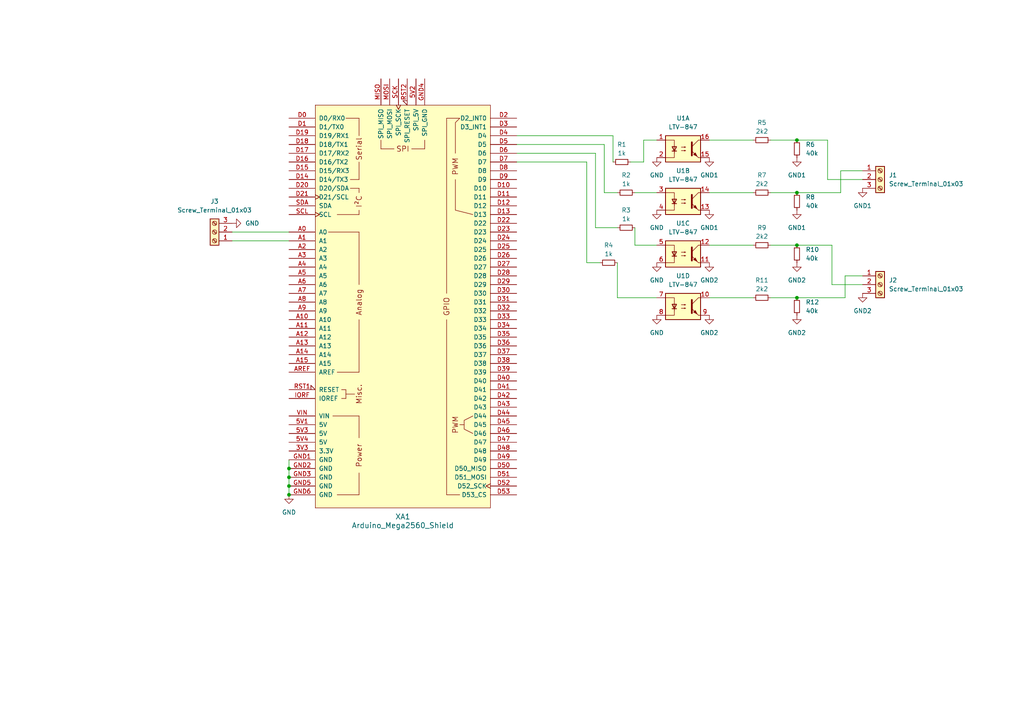
<source format=kicad_sch>
(kicad_sch (version 20230121) (generator eeschema)
  (paper "A4")
  (lib_symbols
    (symbol "Connector:Screw_Terminal_01x03" (pin_names (offset 1.016) hide)
      (property "Reference" "J" (at 0 5.08 0))
      (property "Value" "Screw_Terminal_01x03" (at 0 -5.08 0))
      (symbol "Screw_Terminal_01x03_1_1"
        (rectangle (start -1.27 3.81) (end 1.27 -3.81) (stroke (width 0.254)) (fill (type background)))
        (circle (center 0 -2.54) (radius 0.635) (stroke (width 0.1524)))
        (polyline (pts (xy -0.5334 -2.2098) (xy 0.3302 -3.048)) (stroke (width 0.1524)))
        (polyline (pts (xy -0.5334 0.3302) (xy 0.3302 -0.508)) (stroke (width 0.1524)))
        (polyline (pts (xy -0.5334 2.8702) (xy 0.3302 2.032)) (stroke (width 0.1524)))
        (polyline (pts (xy -0.3556 -2.032) (xy 0.508 -2.8702)) (stroke (width 0.1524)))
        (polyline (pts (xy -0.3556 0.508) (xy 0.508 -0.3302)) (stroke (width 0.1524)))
        (polyline (pts (xy -0.3556 3.048) (xy 0.508 2.2098)) (stroke (width 0.1524)))
        (circle (center 0 0) (radius 0.635) (stroke (width 0.1524)))
        (circle (center 0 2.54) (radius 0.635) (stroke (width 0.1524)))
        (pin passive line (at -5.08 2.54 0) (length 3.81) (name "Pin_1") (number "1"))
        (pin passive line (at -5.08 0 0) (length 3.81) (name "Pin_2") (number "2"))
        (pin passive line (at -5.08 -2.54 0) (length 3.81) (name "Pin_3") (number "3"))
      )
    )
    (symbol "Device:R_Small" (pin_numbers hide) (pin_names (offset 0.254) hide)
      (property "Reference" "R" (at 0.762 0.508 0))
      (property "Value" "R_Small" (at 0.762 -1.016 0))
      (symbol "R_Small_0_1"
        (rectangle (start -0.762 1.778) (end 0.762 -1.778) (stroke (width 0.2032)))
      )
      (symbol "R_Small_1_1"
        (pin passive line (at 0 2.54 270) (length 0.762) (name "~") (number "1"))
        (pin passive line (at 0 -2.54 90) (length 0.762) (name "~") (number "2"))
      )
    )
    (symbol "Isolator:LTV-847" (pin_names (offset 1.016))
      (property "Reference" "U" (at -5.08 5.08 0))
      (property "Value" "LTV-847" (at 0 5.08 0))
      (symbol "LTV-847_0_1"
        (rectangle (start -5.08 3.81) (end 5.08 -3.81) (stroke (width 0.254)) (fill (type background)))
        (polyline (pts (xy -3.175 -0.635) (xy -1.905 -0.635)) (stroke (width 0.254)))
        (polyline (pts (xy 2.54 0.635) (xy 4.445 2.54)))
        (polyline (pts (xy 4.445 -2.54) (xy 2.54 -0.635)) (fill (type outline)))
        (polyline (pts (xy 4.445 -2.54) (xy 5.08 -2.54)))
        (polyline (pts (xy 4.445 2.54) (xy 5.08 2.54)))
        (polyline (pts (xy -2.54 -0.635) (xy -2.54 -2.54) (xy -5.08 -2.54)))
        (polyline (pts (xy 2.54 1.905) (xy 2.54 -1.905) (xy 2.54 -1.905)) (stroke (width 0.508)))
        (polyline (pts (xy -5.08 2.54) (xy -2.54 2.54) (xy -2.54 -1.27) (xy -2.54 0.635)))
        (polyline (pts (xy -2.54 -0.635) (xy -3.175 0.635) (xy -1.905 0.635) (xy -2.54 -0.635)) (stroke (width 0.254)))
        (polyline (pts (xy -0.508 -0.508) (xy 0.762 -0.508) (xy 0.381 -0.635) (xy 0.381 -0.381) (xy 0.762 -0.508)))
        (polyline (pts (xy -0.508 0.508) (xy 0.762 0.508) (xy 0.381 0.381) (xy 0.381 0.635) (xy 0.762 0.508)))
        (polyline (pts (xy 3.048 -1.651) (xy 3.556 -1.143) (xy 4.064 -2.159) (xy 3.048 -1.651) (xy 3.048 -1.651)) (fill (type outline)))
      )
      (symbol "LTV-847_1_1"
        (pin passive line (at -7.62 2.54 0) (length 2.54) (name "~") (number "1"))
        (pin passive line (at 7.62 -2.54 180) (length 2.54) (name "~") (number "15"))
        (pin passive line (at 7.62 2.54 180) (length 2.54) (name "~") (number "16"))
        (pin passive line (at -7.62 -2.54 0) (length 2.54) (name "~") (number "2"))
      )
      (symbol "LTV-847_2_1"
        (pin passive line (at 7.62 -2.54 180) (length 2.54) (name "~") (number "13"))
        (pin passive line (at 7.62 2.54 180) (length 2.54) (name "~") (number "14"))
        (pin passive line (at -7.62 2.54 0) (length 2.54) (name "~") (number "3"))
        (pin passive line (at -7.62 -2.54 0) (length 2.54) (name "~") (number "4"))
      )
      (symbol "LTV-847_3_1"
        (pin passive line (at 7.62 -2.54 180) (length 2.54) (name "~") (number "11"))
        (pin passive line (at 7.62 2.54 180) (length 2.54) (name "~") (number "12"))
        (pin passive line (at -7.62 2.54 0) (length 2.54) (name "~") (number "5"))
        (pin passive line (at -7.62 -2.54 0) (length 2.54) (name "~") (number "6"))
      )
      (symbol "LTV-847_4_1"
        (pin passive line (at 7.62 2.54 180) (length 2.54) (name "~") (number "10"))
        (pin passive line (at -7.62 2.54 0) (length 2.54) (name "~") (number "7"))
        (pin passive line (at -7.62 -2.54 0) (length 2.54) (name "~") (number "8"))
        (pin passive line (at 7.62 -2.54 180) (length 2.54) (name "~") (number "9"))
      )
    )
    (symbol "PCM_arduino-library:Arduino_Mega2560_Shield" (pin_names (offset 1.016))
      (property "Reference" "XA" (at 0 -62.23 0))
      (property "Value" "Arduino_Mega2560_Shield" (at 0 -66.04 0))
      (symbol "Arduino_Mega2560_Shield_0_0"
        (rectangle (start -25.4 -58.42) (end 25.4 58.42) (fill (type background)))
        (rectangle (start -20.32 -31.75) (end -12.7 -31.75))
        (rectangle (start -19.05 -54.61) (end -12.7 -54.61))
        (rectangle (start -19.05 -19.05) (end -12.7 -19.05))
        (rectangle (start -19.05 26.67) (end -12.7 26.67))
        (rectangle (start -17.78 -26.67) (end -16.51 -26.67))
        (rectangle (start -17.78 -24.13) (end -16.51 -24.13))
        (rectangle (start -16.51 -25.4) (end -13.97 -25.4))
        (rectangle (start -16.51 -24.13) (end -16.51 -26.67))
        (rectangle (start -16.51 54.61) (end -12.7 54.61))
        (rectangle (start -15.24 34.29) (end -12.7 34.29))
        (rectangle (start -15.24 36.83) (end -12.7 36.83))
        (rectangle (start -12.7 -54.61) (end -12.7 -48.26))
        (rectangle (start -12.7 -31.75) (end -12.7 -38.1))
        (rectangle (start -12.7 26.67) (end -12.7 27.94))
        (rectangle (start -12.7 34.29) (end -12.7 33.02))
        (rectangle (start -12.7 41.91) (end -12.7 36.83))
        (rectangle (start -12.7 49.53) (end -12.7 54.61))
        (rectangle (start -6.35 48.26) (end -6.35 45.72))
        (rectangle (start -2.54 45.72) (end -6.35 45.72))
        (polyline (pts (xy -21.59 21.59) (xy -12.7 21.59)))
        (polyline (pts (xy -12.7 -19.05) (xy -12.7 -3.81)))
        (polyline (pts (xy -12.7 6.35) (xy -12.7 21.59)))
        (polyline (pts (xy 12.7 -54.61) (xy 16.51 -54.61)))
        (polyline (pts (xy 12.7 54.61) (xy 16.51 54.61)))
        (polyline (pts (xy 17.78 -34.29) (xy 16.51 -34.29)))
        (polyline (pts (xy 15.24 36.83) (xy 15.24 27.94) (xy 20.32 26.67)))
        (polyline (pts (xy 15.24 44.45) (xy 15.24 53.34) (xy 16.51 54.61)))
        (polyline (pts (xy 20.32 -31.75) (xy 17.78 -33.02) (xy 17.78 -35.56) (xy 20.32 -36.83)))
        (rectangle (start 6.35 45.72) (end 2.54 45.72))
        (rectangle (start 6.35 48.26) (end 6.35 45.72))
        (text "Analog" (at -12.7 1.27 900) (effects (font (size 1.524 1.524))))
        (text "I²C" (at -12.7 30.48 900) (effects (font (size 1.524 1.524))))
        (text "Misc." (at -12.7 -25.4 900) (effects (font (size 1.524 1.524))))
        (text "Power" (at -12.7 -43.18 900) (effects (font (size 1.524 1.524))))
        (text "PWM" (at 15.24 -34.29 900) (effects (font (size 1.524 1.524))))
        (text "PWM" (at 15.24 40.64 900) (effects (font (size 1.524 1.524))))
        (text "Serial" (at -12.7 45.72 900) (effects (font (size 1.524 1.524))))
        (text "SPI" (at 0 45.72 0) (effects (font (size 1.524 1.524))))
      )
      (symbol "Arduino_Mega2560_Shield_1_0"
        (rectangle (start 12.7 -54.61) (end 12.7 -3.81))
        (rectangle (start 12.7 54.61) (end 12.7 3.81))
        (text "GPIO" (at 12.7 0 900) (effects (font (size 1.524 1.524))))
      )
      (symbol "Arduino_Mega2560_Shield_1_1"
        (pin power_out line (at -33.02 -41.91 0) (length 7.62) (name "3.3V") (number "3V3"))
        (pin power_in line (at -33.02 -34.29 0) (length 7.62) (name "5V") (number "5V1"))
        (pin power_in line (at 3.81 66.04 270) (length 7.62) (name "SPI_5V") (number "5V2"))
        (pin power_in line (at -33.02 -36.83 0) (length 7.62) (name "5V") (number "5V3"))
        (pin power_in line (at -33.02 -39.37 0) (length 7.62) (name "5V") (number "5V4"))
        (pin bidirectional line (at -33.02 21.59 0) (length 7.62) (name "A0") (number "A0"))
        (pin bidirectional line (at -33.02 19.05 0) (length 7.62) (name "A1") (number "A1"))
        (pin bidirectional line (at -33.02 -3.81 0) (length 7.62) (name "A10") (number "A10"))
        (pin bidirectional line (at -33.02 -6.35 0) (length 7.62) (name "A11") (number "A11"))
        (pin bidirectional line (at -33.02 -8.89 0) (length 7.62) (name "A12") (number "A12"))
        (pin bidirectional line (at -33.02 -11.43 0) (length 7.62) (name "A13") (number "A13"))
        (pin bidirectional line (at -33.02 -13.97 0) (length 7.62) (name "A14") (number "A14"))
        (pin bidirectional line (at -33.02 -16.51 0) (length 7.62) (name "A15") (number "A15"))
        (pin bidirectional line (at -33.02 16.51 0) (length 7.62) (name "A2") (number "A2"))
        (pin bidirectional line (at -33.02 13.97 0) (length 7.62) (name "A3") (number "A3"))
        (pin bidirectional line (at -33.02 11.43 0) (length 7.62) (name "A4") (number "A4"))
        (pin bidirectional line (at -33.02 8.89 0) (length 7.62) (name "A5") (number "A5"))
        (pin bidirectional line (at -33.02 6.35 0) (length 7.62) (name "A6") (number "A6"))
        (pin bidirectional line (at -33.02 3.81 0) (length 7.62) (name "A7") (number "A7"))
        (pin bidirectional line (at -33.02 1.27 0) (length 7.62) (name "A8") (number "A8"))
        (pin bidirectional line (at -33.02 -1.27 0) (length 7.62) (name "A9") (number "A9"))
        (pin input line (at -33.02 -19.05 0) (length 7.62) (name "AREF") (number "AREF"))
        (pin bidirectional line (at -33.02 54.61 0) (length 7.62) (name "D0/RX0") (number "D0"))
        (pin bidirectional line (at -33.02 52.07 0) (length 7.62) (name "D1/TX0") (number "D1"))
        (pin bidirectional line (at 33.02 34.29 180) (length 7.62) (name "D10") (number "D10"))
        (pin bidirectional line (at 33.02 31.75 180) (length 7.62) (name "D11") (number "D11"))
        (pin bidirectional line (at 33.02 29.21 180) (length 7.62) (name "D12") (number "D12"))
        (pin bidirectional line (at 33.02 26.67 180) (length 7.62) (name "D13") (number "D13"))
        (pin bidirectional line (at -33.02 36.83 0) (length 7.62) (name "D14/TX3") (number "D14"))
        (pin bidirectional line (at -33.02 39.37 0) (length 7.62) (name "D15/RX3") (number "D15"))
        (pin bidirectional line (at -33.02 41.91 0) (length 7.62) (name "D16/TX2") (number "D16"))
        (pin bidirectional line (at -33.02 44.45 0) (length 7.62) (name "D17/RX2") (number "D17"))
        (pin bidirectional line (at -33.02 46.99 0) (length 7.62) (name "D18/TX1") (number "D18"))
        (pin bidirectional line (at -33.02 49.53 0) (length 7.62) (name "D19/RX1") (number "D19"))
        (pin bidirectional line (at 33.02 54.61 180) (length 7.62) (name "D2_INT0") (number "D2"))
        (pin bidirectional line (at -33.02 34.29 0) (length 7.62) (name "D20/SDA") (number "D20"))
        (pin bidirectional clock (at -33.02 31.75 0) (length 7.62) (name "D21/SCL") (number "D21"))
        (pin bidirectional line (at 33.02 24.13 180) (length 7.62) (name "D22") (number "D22"))
        (pin bidirectional line (at 33.02 21.59 180) (length 7.62) (name "D23") (number "D23"))
        (pin bidirectional line (at 33.02 19.05 180) (length 7.62) (name "D24") (number "D24"))
        (pin bidirectional line (at 33.02 16.51 180) (length 7.62) (name "D25") (number "D25"))
        (pin bidirectional line (at 33.02 13.97 180) (length 7.62) (name "D26") (number "D26"))
        (pin bidirectional line (at 33.02 11.43 180) (length 7.62) (name "D27") (number "D27"))
        (pin bidirectional line (at 33.02 8.89 180) (length 7.62) (name "D28") (number "D28"))
        (pin bidirectional line (at 33.02 6.35 180) (length 7.62) (name "D29") (number "D29"))
        (pin bidirectional line (at 33.02 52.07 180) (length 7.62) (name "D3_INT1") (number "D3"))
        (pin bidirectional line (at 33.02 3.81 180) (length 7.62) (name "D30") (number "D30"))
        (pin bidirectional line (at 33.02 1.27 180) (length 7.62) (name "D31") (number "D31"))
        (pin bidirectional line (at 33.02 -1.27 180) (length 7.62) (name "D32") (number "D32"))
        (pin bidirectional line (at 33.02 -3.81 180) (length 7.62) (name "D33") (number "D33"))
        (pin bidirectional line (at 33.02 -6.35 180) (length 7.62) (name "D34") (number "D34"))
        (pin bidirectional line (at 33.02 -8.89 180) (length 7.62) (name "D35") (number "D35"))
        (pin bidirectional line (at 33.02 -11.43 180) (length 7.62) (name "D36") (number "D36"))
        (pin bidirectional line (at 33.02 -13.97 180) (length 7.62) (name "D37") (number "D37"))
        (pin bidirectional line (at 33.02 -16.51 180) (length 7.62) (name "D38") (number "D38"))
        (pin bidirectional line (at 33.02 -19.05 180) (length 7.62) (name "D39") (number "D39"))
        (pin bidirectional line (at 33.02 49.53 180) (length 7.62) (name "D4") (number "D4"))
        (pin bidirectional line (at 33.02 -21.59 180) (length 7.62) (name "D40") (number "D40"))
        (pin bidirectional line (at 33.02 -24.13 180) (length 7.62) (name "D41") (number "D41"))
        (pin bidirectional line (at 33.02 -26.67 180) (length 7.62) (name "D42") (number "D42"))
        (pin bidirectional line (at 33.02 -29.21 180) (length 7.62) (name "D43") (number "D43"))
        (pin bidirectional line (at 33.02 -31.75 180) (length 7.62) (name "D44") (number "D44"))
        (pin bidirectional line (at 33.02 -34.29 180) (length 7.62) (name "D45") (number "D45"))
        (pin bidirectional line (at 33.02 -36.83 180) (length 7.62) (name "D46") (number "D46"))
        (pin bidirectional line (at 33.02 -39.37 180) (length 7.62) (name "D47") (number "D47"))
        (pin bidirectional line (at 33.02 -41.91 180) (length 7.62) (name "D48") (number "D48"))
        (pin bidirectional line (at 33.02 -44.45 180) (length 7.62) (name "D49") (number "D49"))
        (pin bidirectional line (at 33.02 46.99 180) (length 7.62) (name "D5") (number "D5"))
        (pin bidirectional line (at 33.02 -46.99 180) (length 7.62) (name "D50_MISO") (number "D50"))
        (pin bidirectional line (at 33.02 -49.53 180) (length 7.62) (name "D51_MOSI") (number "D51"))
        (pin bidirectional clock (at 33.02 -52.07 180) (length 7.62) (name "D52_SCK") (number "D52"))
        (pin bidirectional line (at 33.02 -54.61 180) (length 7.62) (name "D53_CS") (number "D53"))
        (pin bidirectional line (at 33.02 44.45 180) (length 7.62) (name "D6") (number "D6"))
        (pin bidirectional line (at 33.02 41.91 180) (length 7.62) (name "D7") (number "D7"))
        (pin bidirectional line (at 33.02 39.37 180) (length 7.62) (name "D8") (number "D8"))
        (pin bidirectional line (at 33.02 36.83 180) (length 7.62) (name "D9") (number "D9"))
        (pin power_in line (at -33.02 -44.45 0) (length 7.62) (name "GND") (number "GND1"))
        (pin power_in line (at -33.02 -46.99 0) (length 7.62) (name "GND") (number "GND2"))
        (pin power_in line (at -33.02 -49.53 0) (length 7.62) (name "GND") (number "GND3"))
        (pin power_in line (at 6.35 66.04 270) (length 7.62) (name "SPI_GND") (number "GND4"))
        (pin power_in line (at -33.02 -52.07 0) (length 7.62) (name "GND") (number "GND5"))
        (pin power_in line (at -33.02 -54.61 0) (length 7.62) (name "GND") (number "GND6"))
        (pin output line (at -33.02 -26.67 0) (length 7.62) (name "IOREF") (number "IORF"))
        (pin input line (at -6.35 66.04 270) (length 7.62) (name "SPI_MISO") (number "MISO"))
        (pin output line (at -3.81 66.04 270) (length 7.62) (name "SPI_MOSI") (number "MOSI"))
        (pin open_collector input_low (at -33.02 -24.13 0) (length 7.62) (name "RESET") (number "RST1"))
        (pin open_collector input_low (at 1.27 66.04 270) (length 7.62) (name "SPI_RESET") (number "RST2"))
        (pin output clock (at -1.27 66.04 270) (length 7.62) (name "SPI_SCK") (number "SCK"))
        (pin bidirectional clock (at -33.02 26.67 0) (length 7.62) (name "SCL") (number "SCL"))
        (pin bidirectional line (at -33.02 29.21 0) (length 7.62) (name "SDA") (number "SDA"))
        (pin power_in line (at -33.02 -31.75 0) (length 7.62) (name "VIN") (number "VIN"))
      )
    )
    (symbol "power:GND" (power) (pin_names (offset 0))
      (property "Value" "GND" (at 0 -3.81 0))
      (symbol "GND_0_1"
        (polyline (pts (xy 0 0) (xy 0 -1.27) (xy 1.27 -1.27) (xy 0 -2.54) (xy -1.27 -1.27) (xy 0 -1.27)))
      )
      (symbol "GND_1_1"
        (pin power_in line (at 0 0 270) (length 0) hide (name "GND") (number "1"))
      )
    )
    (symbol "power:GND1" (power) (pin_names (offset 0))
      (property "Value" "GND1" (at 0 -3.81 0))
      (symbol "GND1_0_1"
        (polyline (pts (xy 0 0) (xy 0 -1.27) (xy 1.27 -1.27) (xy 0 -2.54) (xy -1.27 -1.27) (xy 0 -1.27)))
      )
      (symbol "GND1_1_1"
        (pin power_in line (at 0 0 270) (length 0) hide (name "GND1") (number "1"))
      )
    )
    (symbol "power:GND2" (power) (pin_names (offset 0))
      (property "Value" "GND2" (at 0 -3.81 0))
      (symbol "GND2_0_1"
        (polyline (pts (xy 0 0) (xy 0 -1.27) (xy 1.27 -1.27) (xy 0 -2.54) (xy -1.27 -1.27) (xy 0 -1.27)))
      )
      (symbol "GND2_1_1"
        (pin power_in line (at 0 0 270) (length 0) hide (name "GND2") (number "1"))
      )
    )
  )
  (junction (at 231.14 40.64))
  (junction (at 231.14 86.36))
  (junction (at 83.82 135.89))
  (junction (at 231.14 55.88))
  (junction (at 83.82 138.43))
  (junction (at 83.82 140.97))
  (junction (at 83.82 143.51))
  (junction (at 231.14 71.12))
  (wire (pts (xy 231.14 86.36) (xy 245.11 86.36)))
  (wire (pts (xy 83.82 140.97) (xy 83.82 143.51)))
  (wire (pts (xy 243.84 49.53) (xy 250.19 49.53)))
  (wire (pts (xy 149.86 41.91) (xy 175.26 41.91)))
  (wire (pts (xy 218.44 55.88) (xy 205.74 55.88)))
  (wire (pts (xy 240.03 40.64) (xy 231.14 40.64)))
  (wire (pts (xy 170.18 46.99) (xy 170.18 76.2)))
  (wire (pts (xy 149.86 44.45) (xy 172.72 44.45)))
  (wire (pts (xy 240.03 52.07) (xy 240.03 40.64)))
  (wire (pts (xy 190.5 55.88) (xy 184.15 55.88)))
  (wire (pts (xy 241.3 82.55) (xy 241.3 71.12)))
  (wire (pts (xy 83.82 135.89) (xy 83.82 138.43)))
  (wire (pts (xy 243.84 49.53) (xy 243.84 55.88)))
  (wire (pts (xy 170.18 76.2) (xy 173.99 76.2)))
  (wire (pts (xy 245.11 80.01) (xy 245.11 86.36)))
  (wire (pts (xy 83.82 133.35) (xy 83.82 135.89)))
  (wire (pts (xy 67.31 67.31) (xy 83.82 67.31)))
  (wire (pts (xy 205.74 40.64) (xy 218.44 40.64)))
  (wire (pts (xy 250.19 82.55) (xy 241.3 82.55)))
  (wire (pts (xy 149.86 46.99) (xy 170.18 46.99)))
  (wire (pts (xy 190.5 71.12) (xy 184.15 71.12)))
  (wire (pts (xy 172.72 44.45) (xy 172.72 66.04)))
  (wire (pts (xy 177.8 39.37) (xy 177.8 46.99)))
  (wire (pts (xy 218.44 86.36) (xy 205.74 86.36)))
  (wire (pts (xy 179.07 86.36) (xy 179.07 76.2)))
  (wire (pts (xy 186.69 46.99) (xy 182.88 46.99)))
  (wire (pts (xy 250.19 52.07) (xy 240.03 52.07)))
  (wire (pts (xy 231.14 71.12) (xy 241.3 71.12)))
  (wire (pts (xy 231.14 55.88) (xy 243.84 55.88)))
  (wire (pts (xy 190.5 86.36) (xy 179.07 86.36)))
  (wire (pts (xy 231.14 86.36) (xy 223.52 86.36)))
  (wire (pts (xy 175.26 55.88) (xy 179.07 55.88)))
  (wire (pts (xy 218.44 71.12) (xy 205.74 71.12)))
  (wire (pts (xy 231.14 40.64) (xy 223.52 40.64)))
  (wire (pts (xy 172.72 66.04) (xy 179.07 66.04)))
  (wire (pts (xy 149.86 39.37) (xy 177.8 39.37)))
  (wire (pts (xy 83.82 138.43) (xy 83.82 140.97)))
  (wire (pts (xy 245.11 80.01) (xy 250.19 80.01)))
  (wire (pts (xy 175.26 41.91) (xy 175.26 55.88)))
  (wire (pts (xy 231.14 71.12) (xy 223.52 71.12)))
  (wire (pts (xy 231.14 55.88) (xy 223.52 55.88)))
  (wire (pts (xy 190.5 40.64) (xy 186.69 40.64)))
  (wire (pts (xy 184.15 71.12) (xy 184.15 66.04)))
  (wire (pts (xy 186.69 40.64) (xy 186.69 46.99)))
  (wire (pts (xy 67.31 69.85) (xy 83.82 69.85)))
  (symbol (lib_id "Device:R_Small") (at 231.14 88.9 180) (unit 1)
    (property "Reference" "R12" (at 233.68 87.63 0) (effects (justify right)))
    (property "Value" "40k" (at 233.68 90.17 0) (effects (justify right)))
    (property "Footprint" "Resistor_THT:R_Axial_DIN0204_L3.6mm_D1.6mm_P7.62mm_Horizontal" (effects hide))
  )
  (symbol (lib_id "Isolator:LTV-847") (at 198.12 88.9 0) (unit 4)
    (property "Reference" "U1" (at 198.12 80.01 0))
    (property "Value" "LTV-847" (at 198.12 82.55 0))
    (property "Footprint" "Package_DIP:DIP-16_W7.62mm" (effects hide))
    (property "Datasheet" "http://optoelectronics.liteon.com/upload/download/DS-70-96-0016/LTV-8X7%20series.PDF" (effects hide))
  )
  (symbol (lib_id "Connector:Screw_Terminal_01x03") (at 62.23 67.31 180) (unit 1)
    (property "Reference" "J3" (at 62.23 58.42 0))
    (property "Value" "Screw_Terminal_01x03" (at 62.23 60.96 0))
    (property "Footprint" "TerminalBlock:TerminalBlock_bornier-3_P5.08mm" (effects hide))
  )
  (symbol (lib_id "Isolator:LTV-847") (at 198.12 58.42 0) (unit 2)
    (property "Reference" "U1" (at 198.12 49.53 0))
    (property "Value" "LTV-847" (at 198.12 52.07 0))
    (property "Footprint" "Package_DIP:DIP-16_W7.62mm" (effects hide))
    (property "Datasheet" "http://optoelectronics.liteon.com/upload/download/DS-70-96-0016/LTV-8X7%20series.PDF" (effects hide))
  )
  (symbol (lib_id "power:GND1") (at 250.19 54.61 0) (unit 1)
    (property "Reference" "#PWR013" (effects hide))
    (property "Value" "GND1" (at 250.19 59.69 0))
  )
  (symbol (lib_id "power:GND") (at 190.5 45.72 0) (unit 1)
    (property "Reference" "#PWR01" (effects hide))
    (property "Value" "GND" (at 190.5 50.8 0))
  )
  (symbol (lib_id "Isolator:LTV-847") (at 198.12 73.66 0) (unit 3)
    (property "Reference" "U1" (at 198.12 64.77 0))
    (property "Value" "LTV-847" (at 198.12 67.31 0))
    (property "Footprint" "Package_DIP:DIP-16_W7.62mm" (effects hide))
    (property "Datasheet" "http://optoelectronics.liteon.com/upload/download/DS-70-96-0016/LTV-8X7%20series.PDF" (effects hide))
  )
  (symbol (lib_id "Connector:Screw_Terminal_01x03") (at 255.27 52.07 0) (unit 1)
    (property "Reference" "J1" (at 257.81 50.8 0) (effects (justify left)))
    (property "Value" "Screw_Terminal_01x03" (at 257.81 53.34 0) (effects (justify left)))
    (property "Footprint" "TerminalBlock:TerminalBlock_bornier-3_P5.08mm" (effects hide))
  )
  (symbol (lib_id "power:GND") (at 190.5 60.96 0) (unit 1)
    (property "Reference" "#PWR02" (effects hide))
    (property "Value" "GND" (at 190.5 66.04 0))
  )
  (symbol (lib_id "Device:R_Small") (at 220.98 86.36 270) (unit 1)
    (property "Reference" "R11" (at 220.98 81.28 90))
    (property "Value" "2k2" (at 220.98 83.82 90))
    (property "Footprint" "Resistor_THT:R_Axial_DIN0204_L3.6mm_D1.6mm_P7.62mm_Horizontal" (effects hide))
  )
  (symbol (lib_id "power:GND2") (at 205.74 76.2 0) (unit 1)
    (property "Reference" "#PWR07" (effects hide))
    (property "Value" "GND2" (at 205.74 81.28 0))
  )
  (symbol (lib_id "power:GND") (at 190.5 76.2 0) (unit 1)
    (property "Reference" "#PWR03" (effects hide))
    (property "Value" "GND" (at 190.5 81.28 0))
  )
  (symbol (lib_id "power:GND1") (at 231.14 60.96 0) (unit 1)
    (property "Reference" "#PWR011" (effects hide))
    (property "Value" "GND1" (at 231.14 66.04 0))
  )
  (symbol (lib_id "Device:R_Small") (at 220.98 55.88 270) (unit 1)
    (property "Reference" "R7" (at 220.98 50.8 90))
    (property "Value" "2k2" (at 220.98 53.34 90))
    (property "Footprint" "Resistor_THT:R_Axial_DIN0204_L3.6mm_D1.6mm_P7.62mm_Horizontal" (effects hide))
  )
  (symbol (lib_id "power:GND") (at 83.82 143.51 0) (unit 1)
    (property "Reference" "#PWR015" (effects hide))
    (property "Value" "GND" (at 83.82 148.59 0))
  )
  (symbol (lib_id "Device:R_Small") (at 231.14 43.18 180) (unit 1)
    (property "Reference" "R6" (at 233.68 41.91 0) (effects (justify right)))
    (property "Value" "40k" (at 233.68 44.45 0) (effects (justify right)))
    (property "Footprint" "Resistor_THT:R_Axial_DIN0204_L3.6mm_D1.6mm_P7.62mm_Horizontal" (effects hide))
  )
  (symbol (lib_id "Device:R_Small") (at 180.34 46.99 90) (unit 1)
    (property "Reference" "R1" (at 180.34 41.91 90))
    (property "Value" "1k" (at 180.34 44.45 90))
    (property "Footprint" "Resistor_THT:R_Axial_DIN0204_L3.6mm_D1.6mm_P7.62mm_Horizontal" (effects hide))
  )
  (symbol (lib_id "power:GND1") (at 205.74 60.96 0) (unit 1)
    (property "Reference" "#PWR06" (effects hide))
    (property "Value" "GND1" (at 205.74 66.04 0))
  )
  (symbol (lib_id "Isolator:LTV-847") (at 198.12 43.18 0) (unit 1)
    (property "Reference" "U1" (at 198.12 34.29 0))
    (property "Value" "LTV-847" (at 198.12 36.83 0))
    (property "Footprint" "Package_DIP:DIP-16_W7.62mm" (effects hide))
    (property "Datasheet" "http://optoelectronics.liteon.com/upload/download/DS-70-96-0016/LTV-8X7%20series.PDF" (effects hide))
  )
  (symbol (lib_id "Device:R_Small") (at 231.14 73.66 180) (unit 1)
    (property "Reference" "R10" (at 233.68 72.39 0) (effects (justify right)))
    (property "Value" "40k" (at 233.68 74.93 0) (effects (justify right)))
    (property "Footprint" "Resistor_THT:R_Axial_DIN0204_L3.6mm_D1.6mm_P7.62mm_Horizontal" (effects hide))
  )
  (symbol (lib_id "power:GND2") (at 231.14 91.44 0) (unit 1)
    (property "Reference" "#PWR09" (effects hide))
    (property "Value" "GND2" (at 231.14 96.52 0))
  )
  (symbol (lib_id "Device:R_Small") (at 176.53 76.2 90) (unit 1)
    (property "Reference" "R4" (at 176.53 71.12 90))
    (property "Value" "1k" (at 176.53 73.66 90))
    (property "Footprint" "Resistor_THT:R_Axial_DIN0204_L3.6mm_D1.6mm_P7.62mm_Horizontal" (effects hide))
  )
  (symbol (lib_id "power:GND1") (at 231.14 45.72 0) (unit 1)
    (property "Reference" "#PWR012" (effects hide))
    (property "Value" "GND1" (at 231.14 50.8 0))
  )
  (symbol (lib_id "Device:R_Small") (at 181.61 55.88 90) (unit 1)
    (property "Reference" "R2" (at 181.61 50.8 90))
    (property "Value" "1k" (at 181.61 53.34 90))
    (property "Footprint" "Resistor_THT:R_Axial_DIN0204_L3.6mm_D1.6mm_P7.62mm_Horizontal" (effects hide))
  )
  (symbol (lib_id "power:GND2") (at 231.14 76.2 0) (unit 1)
    (property "Reference" "#PWR010" (effects hide))
    (property "Value" "GND2" (at 231.14 81.28 0))
  )
  (symbol (lib_id "power:GND") (at 190.5 91.44 0) (unit 1)
    (property "Reference" "#PWR04" (effects hide))
    (property "Value" "GND" (at 190.5 96.52 0))
  )
  (symbol (lib_id "power:GND1") (at 205.74 45.72 0) (unit 1)
    (property "Reference" "#PWR05" (effects hide))
    (property "Value" "GND1" (at 205.74 50.8 0))
  )
  (symbol (lib_id "Device:R_Small") (at 220.98 71.12 270) (unit 1)
    (property "Reference" "R9" (at 220.98 66.04 90))
    (property "Value" "2k2" (at 220.98 68.58 90))
    (property "Footprint" "Resistor_THT:R_Axial_DIN0204_L3.6mm_D1.6mm_P7.62mm_Horizontal" (effects hide))
  )
  (symbol (lib_id "Device:R_Small") (at 231.14 58.42 180) (unit 1)
    (property "Reference" "R8" (at 233.68 57.15 0) (effects (justify right)))
    (property "Value" "40k" (at 233.68 59.69 0) (effects (justify right)))
    (property "Footprint" "Resistor_THT:R_Axial_DIN0204_L3.6mm_D1.6mm_P7.62mm_Horizontal" (effects hide))
  )
  (symbol (lib_id "power:GND2") (at 205.74 91.44 0) (unit 1)
    (property "Reference" "#PWR08" (effects hide))
    (property "Value" "GND2" (at 205.74 96.52 0))
  )
  (symbol (lib_id "Device:R_Small") (at 220.98 40.64 270) (unit 1)
    (property "Reference" "R5" (at 220.98 35.56 90))
    (property "Value" "2k2" (at 220.98 38.1 90))
    (property "Footprint" "Resistor_THT:R_Axial_DIN0204_L3.6mm_D1.6mm_P7.62mm_Horizontal" (effects hide))
  )
  (symbol (lib_id "PCM_arduino-library:Arduino_Mega2560_Shield") (at 116.84 88.9 0) (unit 1)
    (property "Reference" "XA1" (at 116.84 149.86 0) (effects (font (size 1.524 1.524))))
    (property "Value" "Arduino_Mega2560_Shield" (at 116.84 152.4 0) (effects (font (size 1.524 1.524))))
    (property "Footprint" "PCM_arduino-library:Arduino_Mega2560_Shield" (effects hide))
    (property "Datasheet" "https://docs.arduino.cc/hardware/mega-2560" (effects hide))
  )
  (symbol (lib_id "power:GND2") (at 250.19 85.09 0) (unit 1)
    (property "Reference" "#PWR014" (effects hide))
    (property "Value" "GND2" (at 250.19 90.17 0))
  )
  (symbol (lib_id "power:GND") (at 67.31 64.77 90) (unit 1)
    (property "Reference" "#PWR016" (effects hide))
    (property "Value" "GND" (at 71.12 64.77 90) (effects (justify right)))
  )
  (symbol (lib_id "Device:R_Small") (at 181.61 66.04 90) (unit 1)
    (property "Reference" "R3" (at 181.61 60.96 90))
    (property "Value" "1k" (at 181.61 63.5 90))
    (property "Footprint" "Resistor_THT:R_Axial_DIN0204_L3.6mm_D1.6mm_P7.62mm_Horizontal" (effects hide))
  )
  (symbol (lib_id "Connector:Screw_Terminal_01x03") (at 255.27 82.55 0) (unit 1)
    (property "Reference" "J2" (at 257.81 81.28 0) (effects (justify left)))
    (property "Value" "Screw_Terminal_01x03" (at 257.81 83.82 0) (effects (justify left)))
    (property "Footprint" "TerminalBlock:TerminalBlock_bornier-3_P5.08mm" (effects hide))
  )
)
</source>
